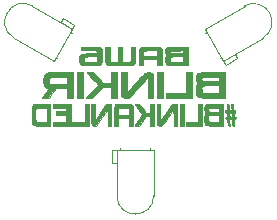
<source format=gbr>
G04 #@! TF.GenerationSoftware,KiCad,Pcbnew,(5.0.0)*
G04 #@! TF.CreationDate,2018-09-04T17:15:42+01:00*
G04 #@! TF.ProjectId,BlinkIR,426C696E6B49522E6B696361645F7063,rev?*
G04 #@! TF.SameCoordinates,Original*
G04 #@! TF.FileFunction,Legend,Bot*
G04 #@! TF.FilePolarity,Positive*
%FSLAX46Y46*%
G04 Gerber Fmt 4.6, Leading zero omitted, Abs format (unit mm)*
G04 Created by KiCad (PCBNEW (5.0.0)) date 09/04/18 17:15:42*
%MOMM*%
%LPD*%
G01*
G04 APERTURE LIST*
%ADD10C,0.120000*%
%ADD11C,0.010000*%
G04 APERTURE END LIST*
D10*
G04 #@! TO.C,Q1*
X182460000Y-73080000D02*
X182460000Y-73080000D01*
X182460000Y-73210000D02*
X182460000Y-73080000D01*
X182460000Y-73210000D02*
X182460000Y-73210000D01*
X182460000Y-73080000D02*
X182460000Y-73210000D01*
X185000000Y-73080000D02*
X185000000Y-73080000D01*
X185000000Y-73210000D02*
X185000000Y-73080000D01*
X185000000Y-73210000D02*
X185000000Y-73210000D01*
X185000000Y-73080000D02*
X185000000Y-73210000D01*
X182170000Y-73210000D02*
X181770000Y-73210000D01*
X182170000Y-74330000D02*
X182170000Y-73210000D01*
X181770000Y-74330000D02*
X182170000Y-74330000D01*
X181770000Y-73210000D02*
X181770000Y-74330000D01*
X185290000Y-73210000D02*
X182170000Y-73210000D01*
X182170000Y-73210000D02*
X182170000Y-77070000D01*
X185290000Y-73210000D02*
X185290000Y-77070000D01*
X182170000Y-77070000D02*
G75*
G03X185290000Y-77070000I1560000J0D01*
G01*
G04 #@! TO.C,Q2*
X175024251Y-61014149D02*
G75*
G03X173464251Y-63716147I-780000J-1350999D01*
G01*
X176807109Y-65646147D02*
X173464251Y-63716147D01*
X178367109Y-62944148D02*
X175024251Y-61014148D01*
X176807109Y-65646147D02*
X178367109Y-62944148D01*
X178567109Y-62597738D02*
X177597161Y-62037738D01*
X177597161Y-62037738D02*
X177397161Y-62384148D01*
X177397161Y-62384148D02*
X178367109Y-62944148D01*
X178367109Y-62944148D02*
X178567109Y-62597738D01*
X177064693Y-65460000D02*
X176952109Y-65395000D01*
X176952109Y-65395000D02*
X176952109Y-65395000D01*
X176952109Y-65395000D02*
X177064693Y-65460000D01*
X177064693Y-65460000D02*
X177064693Y-65460000D01*
X178334693Y-63260295D02*
X178222109Y-63195295D01*
X178222109Y-63195295D02*
X178222109Y-63195295D01*
X178222109Y-63195295D02*
X178334693Y-63260295D01*
X178334693Y-63260295D02*
X178334693Y-63260295D01*
G04 #@! TO.C,Q3*
X190935307Y-65460000D02*
X190935307Y-65460000D01*
X191047891Y-65395000D02*
X190935307Y-65460000D01*
X191047891Y-65395000D02*
X191047891Y-65395000D01*
X190935307Y-65460000D02*
X191047891Y-65395000D01*
X189665307Y-63260295D02*
X189665307Y-63260295D01*
X189777891Y-63195295D02*
X189665307Y-63260295D01*
X189777891Y-63195295D02*
X189777891Y-63195295D01*
X189665307Y-63260295D02*
X189777891Y-63195295D01*
X191192891Y-65646147D02*
X191392891Y-65992557D01*
X192162839Y-65086147D02*
X191192891Y-65646147D01*
X192362839Y-65432557D02*
X192162839Y-65086147D01*
X191392891Y-65992557D02*
X192362839Y-65432557D01*
X189632891Y-62944148D02*
X191192891Y-65646147D01*
X191192891Y-65646147D02*
X194535749Y-63716147D01*
X189632891Y-62944148D02*
X192975749Y-61014148D01*
X194535749Y-63716146D02*
G75*
G03X192975749Y-61014148I-780000J1350999D01*
G01*
D11*
G04 #@! TO.C,G\002A\002A\002A*
G36*
X179143860Y-64776191D02*
X179795246Y-64776191D01*
X180015211Y-64776530D01*
X180180039Y-64778057D01*
X180298250Y-64781540D01*
X180378365Y-64787744D01*
X180428904Y-64797437D01*
X180458387Y-64811385D01*
X180475335Y-64830355D01*
X180479582Y-64837757D01*
X180507335Y-64920035D01*
X180512531Y-64965076D01*
X180510410Y-64987378D01*
X180498577Y-65003966D01*
X180468831Y-65015685D01*
X180412972Y-65023381D01*
X180322798Y-65027898D01*
X180190108Y-65030080D01*
X180006700Y-65030774D01*
X179874359Y-65030827D01*
X179613460Y-65031997D01*
X179409270Y-65038070D01*
X179254847Y-65052891D01*
X179143251Y-65080305D01*
X179067540Y-65124159D01*
X179020773Y-65188297D01*
X178996008Y-65276564D01*
X178986305Y-65392807D01*
X178984712Y-65523674D01*
X178991639Y-65709145D01*
X179015284Y-65842012D01*
X179059937Y-65932106D01*
X179129891Y-65989258D01*
X179199612Y-66015885D01*
X179282917Y-66029436D01*
X179413839Y-66039404D01*
X179580026Y-66045895D01*
X179769123Y-66049016D01*
X179968777Y-66048875D01*
X180166634Y-66045579D01*
X180350341Y-66039234D01*
X180507545Y-66029949D01*
X180625891Y-66017829D01*
X180693026Y-66002983D01*
X180693149Y-66002930D01*
X180761490Y-65969292D01*
X180812704Y-65929957D01*
X180849032Y-65875961D01*
X180872716Y-65798343D01*
X180885995Y-65688139D01*
X180891113Y-65536386D01*
X180890310Y-65334121D01*
X180889557Y-65285464D01*
X180512531Y-65285464D01*
X180512531Y-65474636D01*
X180509326Y-65576482D01*
X180494010Y-65651050D01*
X180458033Y-65702572D01*
X180392844Y-65735285D01*
X180289892Y-65753422D01*
X180140628Y-65761218D01*
X179936500Y-65762907D01*
X179930424Y-65762907D01*
X179764095Y-65760598D01*
X179617190Y-65754266D01*
X179503324Y-65744804D01*
X179436111Y-65733106D01*
X179428233Y-65729958D01*
X179390134Y-65695250D01*
X179371439Y-65632356D01*
X179366667Y-65529432D01*
X179373537Y-65426971D01*
X179391102Y-65348731D01*
X179404862Y-65323659D01*
X179447047Y-65307629D01*
X179539476Y-65296134D01*
X179686119Y-65288910D01*
X179890946Y-65285693D01*
X179977794Y-65285464D01*
X180512531Y-65285464D01*
X180889557Y-65285464D01*
X180888566Y-65221458D01*
X180878571Y-64643223D01*
X180789265Y-64566474D01*
X180760179Y-64542601D01*
X180729973Y-64524276D01*
X180690358Y-64510766D01*
X180633043Y-64501335D01*
X180549739Y-64495252D01*
X180432155Y-64491781D01*
X180272001Y-64490191D01*
X180060987Y-64489746D01*
X179921909Y-64489725D01*
X179143860Y-64489725D01*
X179143860Y-64776191D01*
X179143860Y-64776191D01*
G37*
X179143860Y-64776191D02*
X179795246Y-64776191D01*
X180015211Y-64776530D01*
X180180039Y-64778057D01*
X180298250Y-64781540D01*
X180378365Y-64787744D01*
X180428904Y-64797437D01*
X180458387Y-64811385D01*
X180475335Y-64830355D01*
X180479582Y-64837757D01*
X180507335Y-64920035D01*
X180512531Y-64965076D01*
X180510410Y-64987378D01*
X180498577Y-65003966D01*
X180468831Y-65015685D01*
X180412972Y-65023381D01*
X180322798Y-65027898D01*
X180190108Y-65030080D01*
X180006700Y-65030774D01*
X179874359Y-65030827D01*
X179613460Y-65031997D01*
X179409270Y-65038070D01*
X179254847Y-65052891D01*
X179143251Y-65080305D01*
X179067540Y-65124159D01*
X179020773Y-65188297D01*
X178996008Y-65276564D01*
X178986305Y-65392807D01*
X178984712Y-65523674D01*
X178991639Y-65709145D01*
X179015284Y-65842012D01*
X179059937Y-65932106D01*
X179129891Y-65989258D01*
X179199612Y-66015885D01*
X179282917Y-66029436D01*
X179413839Y-66039404D01*
X179580026Y-66045895D01*
X179769123Y-66049016D01*
X179968777Y-66048875D01*
X180166634Y-66045579D01*
X180350341Y-66039234D01*
X180507545Y-66029949D01*
X180625891Y-66017829D01*
X180693026Y-66002983D01*
X180693149Y-66002930D01*
X180761490Y-65969292D01*
X180812704Y-65929957D01*
X180849032Y-65875961D01*
X180872716Y-65798343D01*
X180885995Y-65688139D01*
X180891113Y-65536386D01*
X180890310Y-65334121D01*
X180889557Y-65285464D01*
X180512531Y-65285464D01*
X180512531Y-65474636D01*
X180509326Y-65576482D01*
X180494010Y-65651050D01*
X180458033Y-65702572D01*
X180392844Y-65735285D01*
X180289892Y-65753422D01*
X180140628Y-65761218D01*
X179936500Y-65762907D01*
X179930424Y-65762907D01*
X179764095Y-65760598D01*
X179617190Y-65754266D01*
X179503324Y-65744804D01*
X179436111Y-65733106D01*
X179428233Y-65729958D01*
X179390134Y-65695250D01*
X179371439Y-65632356D01*
X179366667Y-65529432D01*
X179373537Y-65426971D01*
X179391102Y-65348731D01*
X179404862Y-65323659D01*
X179447047Y-65307629D01*
X179539476Y-65296134D01*
X179686119Y-65288910D01*
X179890946Y-65285693D01*
X179977794Y-65285464D01*
X180512531Y-65285464D01*
X180889557Y-65285464D01*
X180888566Y-65221458D01*
X180878571Y-64643223D01*
X180789265Y-64566474D01*
X180760179Y-64542601D01*
X180729973Y-64524276D01*
X180690358Y-64510766D01*
X180633043Y-64501335D01*
X180549739Y-64495252D01*
X180432155Y-64491781D01*
X180272001Y-64490191D01*
X180060987Y-64489746D01*
X179921909Y-64489725D01*
X179143860Y-64489725D01*
X179143860Y-64776191D01*
G36*
X183345363Y-65048835D02*
X183343493Y-65249655D01*
X183338231Y-65422426D01*
X183330102Y-65557268D01*
X183319631Y-65644299D01*
X183312414Y-65669511D01*
X183290504Y-65697934D01*
X183253008Y-65716056D01*
X183187175Y-65726118D01*
X183080252Y-65730363D01*
X182962289Y-65731078D01*
X182645113Y-65731078D01*
X182645113Y-64489725D01*
X182263158Y-64489725D01*
X182263158Y-65731078D01*
X181951228Y-65731078D01*
X181781401Y-65726884D01*
X181663751Y-65714687D01*
X181603591Y-65695067D01*
X181601103Y-65692882D01*
X181585812Y-65652896D01*
X181574632Y-65564941D01*
X181567300Y-65424720D01*
X181563549Y-65227935D01*
X181562907Y-65072206D01*
X181562907Y-64489725D01*
X181180952Y-64489725D01*
X181181422Y-65150188D01*
X181183131Y-65407260D01*
X181188022Y-65605481D01*
X181196355Y-65749594D01*
X181208392Y-65844341D01*
X181222038Y-65890226D01*
X181247483Y-65931141D01*
X181282632Y-65964262D01*
X181333955Y-65990416D01*
X181407920Y-66010428D01*
X181510996Y-66025124D01*
X181649650Y-66035330D01*
X181830351Y-66041871D01*
X182059567Y-66045574D01*
X182343767Y-66047265D01*
X182454135Y-66047528D01*
X182732942Y-66047700D01*
X182955480Y-66046858D01*
X183129136Y-66044633D01*
X183261297Y-66040657D01*
X183359350Y-66034562D01*
X183430683Y-66025981D01*
X183482681Y-66014544D01*
X183522732Y-65999885D01*
X183535898Y-65993622D01*
X183595979Y-65959926D01*
X183641940Y-65921153D01*
X183675670Y-65868816D01*
X183699054Y-65794423D01*
X183713978Y-65689483D01*
X183722330Y-65545508D01*
X183725997Y-65354005D01*
X183726849Y-65134273D01*
X183727318Y-64489725D01*
X183345363Y-64489725D01*
X183345363Y-65048835D01*
X183345363Y-65048835D01*
G37*
X183345363Y-65048835D02*
X183343493Y-65249655D01*
X183338231Y-65422426D01*
X183330102Y-65557268D01*
X183319631Y-65644299D01*
X183312414Y-65669511D01*
X183290504Y-65697934D01*
X183253008Y-65716056D01*
X183187175Y-65726118D01*
X183080252Y-65730363D01*
X182962289Y-65731078D01*
X182645113Y-65731078D01*
X182645113Y-64489725D01*
X182263158Y-64489725D01*
X182263158Y-65731078D01*
X181951228Y-65731078D01*
X181781401Y-65726884D01*
X181663751Y-65714687D01*
X181603591Y-65695067D01*
X181601103Y-65692882D01*
X181585812Y-65652896D01*
X181574632Y-65564941D01*
X181567300Y-65424720D01*
X181563549Y-65227935D01*
X181562907Y-65072206D01*
X181562907Y-64489725D01*
X181180952Y-64489725D01*
X181181422Y-65150188D01*
X181183131Y-65407260D01*
X181188022Y-65605481D01*
X181196355Y-65749594D01*
X181208392Y-65844341D01*
X181222038Y-65890226D01*
X181247483Y-65931141D01*
X181282632Y-65964262D01*
X181333955Y-65990416D01*
X181407920Y-66010428D01*
X181510996Y-66025124D01*
X181649650Y-66035330D01*
X181830351Y-66041871D01*
X182059567Y-66045574D01*
X182343767Y-66047265D01*
X182454135Y-66047528D01*
X182732942Y-66047700D01*
X182955480Y-66046858D01*
X183129136Y-66044633D01*
X183261297Y-66040657D01*
X183359350Y-66034562D01*
X183430683Y-66025981D01*
X183482681Y-66014544D01*
X183522732Y-65999885D01*
X183535898Y-65993622D01*
X183595979Y-65959926D01*
X183641940Y-65921153D01*
X183675670Y-65868816D01*
X183699054Y-65794423D01*
X183713978Y-65689483D01*
X183722330Y-65545508D01*
X183725997Y-65354005D01*
X183726849Y-65134273D01*
X183727318Y-64489725D01*
X183345363Y-64489725D01*
X183345363Y-65048835D01*
G36*
X184106825Y-64582765D02*
X184013784Y-64675805D01*
X184013784Y-66049374D01*
X184395739Y-66049374D01*
X184395739Y-65508271D01*
X185609940Y-65508271D01*
X185599644Y-65778897D01*
X185589348Y-66049522D01*
X185990664Y-66049374D01*
X185980983Y-65346310D01*
X185977545Y-65096558D01*
X185605263Y-65096558D01*
X185605263Y-65253634D01*
X184395739Y-65253634D01*
X184395739Y-65053108D01*
X184401629Y-64937881D01*
X184417156Y-64850438D01*
X184433935Y-64814386D01*
X184476079Y-64798369D01*
X184568426Y-64786880D01*
X184714952Y-64779653D01*
X184919635Y-64776425D01*
X185007655Y-64776191D01*
X185543180Y-64776191D01*
X185574221Y-64857837D01*
X185592972Y-64939259D01*
X185604016Y-65049280D01*
X185605263Y-65096558D01*
X185977545Y-65096558D01*
X185971303Y-64643246D01*
X185881997Y-64566485D01*
X185853256Y-64542855D01*
X185823433Y-64524652D01*
X185784357Y-64511169D01*
X185727854Y-64501697D01*
X185645753Y-64495529D01*
X185529880Y-64491955D01*
X185372062Y-64490268D01*
X185164129Y-64489759D01*
X184996278Y-64489725D01*
X184199865Y-64489725D01*
X184106825Y-64582765D01*
X184106825Y-64582765D01*
G37*
X184106825Y-64582765D02*
X184013784Y-64675805D01*
X184013784Y-66049374D01*
X184395739Y-66049374D01*
X184395739Y-65508271D01*
X185609940Y-65508271D01*
X185599644Y-65778897D01*
X185589348Y-66049522D01*
X185990664Y-66049374D01*
X185980983Y-65346310D01*
X185977545Y-65096558D01*
X185605263Y-65096558D01*
X185605263Y-65253634D01*
X184395739Y-65253634D01*
X184395739Y-65053108D01*
X184401629Y-64937881D01*
X184417156Y-64850438D01*
X184433935Y-64814386D01*
X184476079Y-64798369D01*
X184568426Y-64786880D01*
X184714952Y-64779653D01*
X184919635Y-64776425D01*
X185007655Y-64776191D01*
X185543180Y-64776191D01*
X185574221Y-64857837D01*
X185592972Y-64939259D01*
X185604016Y-65049280D01*
X185605263Y-65096558D01*
X185977545Y-65096558D01*
X185971303Y-64643246D01*
X185881997Y-64566485D01*
X185853256Y-64542855D01*
X185823433Y-64524652D01*
X185784357Y-64511169D01*
X185727854Y-64501697D01*
X185645753Y-64495529D01*
X185529880Y-64491955D01*
X185372062Y-64490268D01*
X185164129Y-64489759D01*
X184996278Y-64489725D01*
X184199865Y-64489725D01*
X184106825Y-64582765D01*
G36*
X186347076Y-64566543D02*
X186297932Y-64615263D01*
X186271030Y-64667821D01*
X186259831Y-64744956D01*
X186257769Y-64849667D01*
X186264642Y-64988284D01*
X186286989Y-65077508D01*
X186310918Y-65115017D01*
X186344653Y-65161140D01*
X186338514Y-65201078D01*
X186302961Y-65249203D01*
X186269668Y-65304718D01*
X186250671Y-65380573D01*
X186242712Y-65493930D01*
X186241855Y-65571164D01*
X186252126Y-65744788D01*
X186286816Y-65867962D01*
X186351737Y-65951112D01*
X186452703Y-66004667D01*
X186489982Y-66016270D01*
X186555628Y-66025687D01*
X186675050Y-66033996D01*
X186838366Y-66040840D01*
X187035696Y-66045859D01*
X187257162Y-66048694D01*
X187395677Y-66049196D01*
X188183459Y-66049374D01*
X188183459Y-65285464D01*
X187801504Y-65285464D01*
X187801504Y-65767011D01*
X187243269Y-65757002D01*
X187034529Y-65752330D01*
X186881046Y-65746341D01*
X186774418Y-65738210D01*
X186706243Y-65727113D01*
X186668122Y-65712225D01*
X186654909Y-65699248D01*
X186633403Y-65630669D01*
X186625276Y-65532156D01*
X186630037Y-65429707D01*
X186647196Y-65349319D01*
X186662005Y-65323659D01*
X186703404Y-65307889D01*
X186794231Y-65296502D01*
X186938587Y-65289233D01*
X187140571Y-65285816D01*
X187250852Y-65285464D01*
X187801504Y-65285464D01*
X188183459Y-65285464D01*
X188183459Y-65030827D01*
X187801504Y-65030827D01*
X187248384Y-65030827D01*
X187038924Y-65029829D01*
X186884672Y-65026396D01*
X186777200Y-65019875D01*
X186708080Y-65009608D01*
X186668886Y-64994941D01*
X186657093Y-64984835D01*
X186630623Y-64917890D01*
X186629324Y-64865474D01*
X186634514Y-64839544D01*
X186647489Y-64820437D01*
X186677006Y-64806937D01*
X186731821Y-64797829D01*
X186820690Y-64791899D01*
X186952370Y-64787931D01*
X187135618Y-64784711D01*
X187220614Y-64783430D01*
X187801504Y-64774755D01*
X187801504Y-65030827D01*
X188183459Y-65030827D01*
X188183459Y-64489725D01*
X186436382Y-64489725D01*
X186347076Y-64566543D01*
X186347076Y-64566543D01*
G37*
X186347076Y-64566543D02*
X186297932Y-64615263D01*
X186271030Y-64667821D01*
X186259831Y-64744956D01*
X186257769Y-64849667D01*
X186264642Y-64988284D01*
X186286989Y-65077508D01*
X186310918Y-65115017D01*
X186344653Y-65161140D01*
X186338514Y-65201078D01*
X186302961Y-65249203D01*
X186269668Y-65304718D01*
X186250671Y-65380573D01*
X186242712Y-65493930D01*
X186241855Y-65571164D01*
X186252126Y-65744788D01*
X186286816Y-65867962D01*
X186351737Y-65951112D01*
X186452703Y-66004667D01*
X186489982Y-66016270D01*
X186555628Y-66025687D01*
X186675050Y-66033996D01*
X186838366Y-66040840D01*
X187035696Y-66045859D01*
X187257162Y-66048694D01*
X187395677Y-66049196D01*
X188183459Y-66049374D01*
X188183459Y-65285464D01*
X187801504Y-65285464D01*
X187801504Y-65767011D01*
X187243269Y-65757002D01*
X187034529Y-65752330D01*
X186881046Y-65746341D01*
X186774418Y-65738210D01*
X186706243Y-65727113D01*
X186668122Y-65712225D01*
X186654909Y-65699248D01*
X186633403Y-65630669D01*
X186625276Y-65532156D01*
X186630037Y-65429707D01*
X186647196Y-65349319D01*
X186662005Y-65323659D01*
X186703404Y-65307889D01*
X186794231Y-65296502D01*
X186938587Y-65289233D01*
X187140571Y-65285816D01*
X187250852Y-65285464D01*
X187801504Y-65285464D01*
X188183459Y-65285464D01*
X188183459Y-65030827D01*
X187801504Y-65030827D01*
X187248384Y-65030827D01*
X187038924Y-65029829D01*
X186884672Y-65026396D01*
X186777200Y-65019875D01*
X186708080Y-65009608D01*
X186668886Y-64994941D01*
X186657093Y-64984835D01*
X186630623Y-64917890D01*
X186629324Y-64865474D01*
X186634514Y-64839544D01*
X186647489Y-64820437D01*
X186677006Y-64806937D01*
X186731821Y-64797829D01*
X186820690Y-64791899D01*
X186952370Y-64787931D01*
X187135618Y-64784711D01*
X187220614Y-64783430D01*
X187801504Y-64774755D01*
X187801504Y-65030827D01*
X188183459Y-65030827D01*
X188183459Y-64489725D01*
X186436382Y-64489725D01*
X186347076Y-64566543D01*
G36*
X177098160Y-66622513D02*
X176865403Y-66623390D01*
X176681888Y-66625320D01*
X176540408Y-66628685D01*
X176433754Y-66633867D01*
X176354719Y-66641250D01*
X176296095Y-66651216D01*
X176250673Y-66664148D01*
X176211246Y-66680428D01*
X176201021Y-66685289D01*
X176100069Y-66745192D01*
X176029269Y-66818756D01*
X175983750Y-66917627D01*
X175958641Y-67053447D01*
X175949070Y-67237863D01*
X175948553Y-67288820D01*
X175950412Y-67458120D01*
X175959094Y-67578591D01*
X175976411Y-67664864D01*
X176003216Y-67729791D01*
X176088047Y-67837343D01*
X176202963Y-67918262D01*
X176325092Y-67957488D01*
X176351330Y-67959029D01*
X176388272Y-67960952D01*
X176404709Y-67972434D01*
X176396702Y-68002231D01*
X176360314Y-68059097D01*
X176291608Y-68151789D01*
X176226022Y-68237657D01*
X176128275Y-68364681D01*
X176034894Y-68485031D01*
X175958649Y-68582301D01*
X175923126Y-68626864D01*
X175868854Y-68699276D01*
X175837048Y-68751997D01*
X175833584Y-68763379D01*
X175862971Y-68773920D01*
X175941545Y-68780191D01*
X176054925Y-68781334D01*
X176111870Y-68779999D01*
X176390156Y-68770802D01*
X176686417Y-68380890D01*
X176982677Y-67990978D01*
X177934336Y-67990978D01*
X177934336Y-68786717D01*
X178443609Y-68786717D01*
X178443609Y-67004261D01*
X177934336Y-67004261D01*
X177934336Y-67640852D01*
X177250000Y-67640852D01*
X177023346Y-67640518D01*
X176851663Y-67639023D01*
X176726264Y-67635626D01*
X176638462Y-67629590D01*
X176579570Y-67620175D01*
X176540900Y-67606641D01*
X176513767Y-67588249D01*
X176502005Y-67577193D01*
X176464767Y-67525029D01*
X176445084Y-67450970D01*
X176438488Y-67336148D01*
X176438346Y-67308447D01*
X176439340Y-67215939D01*
X176447155Y-67144390D01*
X176469035Y-67091108D01*
X176512228Y-67053401D01*
X176583979Y-67028576D01*
X176691535Y-67013941D01*
X176842143Y-67006805D01*
X177043047Y-67004474D01*
X177257082Y-67004261D01*
X177934336Y-67004261D01*
X178443609Y-67004261D01*
X178443609Y-66622306D01*
X177387368Y-66622306D01*
X177098160Y-66622513D01*
X177098160Y-66622513D01*
G37*
X177098160Y-66622513D02*
X176865403Y-66623390D01*
X176681888Y-66625320D01*
X176540408Y-66628685D01*
X176433754Y-66633867D01*
X176354719Y-66641250D01*
X176296095Y-66651216D01*
X176250673Y-66664148D01*
X176211246Y-66680428D01*
X176201021Y-66685289D01*
X176100069Y-66745192D01*
X176029269Y-66818756D01*
X175983750Y-66917627D01*
X175958641Y-67053447D01*
X175949070Y-67237863D01*
X175948553Y-67288820D01*
X175950412Y-67458120D01*
X175959094Y-67578591D01*
X175976411Y-67664864D01*
X176003216Y-67729791D01*
X176088047Y-67837343D01*
X176202963Y-67918262D01*
X176325092Y-67957488D01*
X176351330Y-67959029D01*
X176388272Y-67960952D01*
X176404709Y-67972434D01*
X176396702Y-68002231D01*
X176360314Y-68059097D01*
X176291608Y-68151789D01*
X176226022Y-68237657D01*
X176128275Y-68364681D01*
X176034894Y-68485031D01*
X175958649Y-68582301D01*
X175923126Y-68626864D01*
X175868854Y-68699276D01*
X175837048Y-68751997D01*
X175833584Y-68763379D01*
X175862971Y-68773920D01*
X175941545Y-68780191D01*
X176054925Y-68781334D01*
X176111870Y-68779999D01*
X176390156Y-68770802D01*
X176686417Y-68380890D01*
X176982677Y-67990978D01*
X177934336Y-67990978D01*
X177934336Y-68786717D01*
X178443609Y-68786717D01*
X178443609Y-67004261D01*
X177934336Y-67004261D01*
X177934336Y-67640852D01*
X177250000Y-67640852D01*
X177023346Y-67640518D01*
X176851663Y-67639023D01*
X176726264Y-67635626D01*
X176638462Y-67629590D01*
X176579570Y-67620175D01*
X176540900Y-67606641D01*
X176513767Y-67588249D01*
X176502005Y-67577193D01*
X176464767Y-67525029D01*
X176445084Y-67450970D01*
X176438488Y-67336148D01*
X176438346Y-67308447D01*
X176439340Y-67215939D01*
X176447155Y-67144390D01*
X176469035Y-67091108D01*
X176512228Y-67053401D01*
X176583979Y-67028576D01*
X176691535Y-67013941D01*
X176842143Y-67006805D01*
X177043047Y-67004474D01*
X177257082Y-67004261D01*
X177934336Y-67004261D01*
X178443609Y-67004261D01*
X178443609Y-66622306D01*
X177387368Y-66622306D01*
X177098160Y-66622513D01*
G36*
X178825564Y-68786717D02*
X179303007Y-68786717D01*
X179303007Y-66622306D01*
X178825564Y-66622306D01*
X178825564Y-68786717D01*
X178825564Y-68786717D01*
G37*
X178825564Y-68786717D02*
X179303007Y-68786717D01*
X179303007Y-66622306D01*
X178825564Y-66622306D01*
X178825564Y-68786717D01*
G36*
X181920990Y-66628924D02*
X181674311Y-66638221D01*
X181665455Y-67075877D01*
X181656600Y-67513534D01*
X181030365Y-67513534D01*
X180589845Y-67067920D01*
X180149324Y-66622306D01*
X179885314Y-66622306D01*
X179735586Y-66626582D01*
X179647389Y-66639335D01*
X179621303Y-66658234D01*
X179642214Y-66693728D01*
X179699300Y-66764650D01*
X179784088Y-66861050D01*
X179888105Y-66972976D01*
X179899092Y-66984487D01*
X180028529Y-67119731D01*
X180163932Y-67261151D01*
X180287477Y-67390135D01*
X180366076Y-67472149D01*
X180555270Y-67669487D01*
X180126529Y-68124656D01*
X179954283Y-68307618D01*
X179820808Y-68449807D01*
X179721171Y-68556737D01*
X179650441Y-68633925D01*
X179603686Y-68686887D01*
X179575974Y-68721136D01*
X179562373Y-68742189D01*
X179557953Y-68755562D01*
X179557644Y-68760889D01*
X179587006Y-68772670D01*
X179665249Y-68781633D01*
X179777611Y-68786341D01*
X179822671Y-68786717D01*
X180087698Y-68786717D01*
X180561332Y-68309273D01*
X181034967Y-67831830D01*
X181656694Y-67831830D01*
X181665502Y-68301316D01*
X181674311Y-68770802D01*
X181920990Y-68780098D01*
X182167669Y-68789395D01*
X182167669Y-66619628D01*
X181920990Y-66628924D01*
X181920990Y-66628924D01*
G37*
X181920990Y-66628924D02*
X181674311Y-66638221D01*
X181665455Y-67075877D01*
X181656600Y-67513534D01*
X181030365Y-67513534D01*
X180589845Y-67067920D01*
X180149324Y-66622306D01*
X179885314Y-66622306D01*
X179735586Y-66626582D01*
X179647389Y-66639335D01*
X179621303Y-66658234D01*
X179642214Y-66693728D01*
X179699300Y-66764650D01*
X179784088Y-66861050D01*
X179888105Y-66972976D01*
X179899092Y-66984487D01*
X180028529Y-67119731D01*
X180163932Y-67261151D01*
X180287477Y-67390135D01*
X180366076Y-67472149D01*
X180555270Y-67669487D01*
X180126529Y-68124656D01*
X179954283Y-68307618D01*
X179820808Y-68449807D01*
X179721171Y-68556737D01*
X179650441Y-68633925D01*
X179603686Y-68686887D01*
X179575974Y-68721136D01*
X179562373Y-68742189D01*
X179557953Y-68755562D01*
X179557644Y-68760889D01*
X179587006Y-68772670D01*
X179665249Y-68781633D01*
X179777611Y-68786341D01*
X179822671Y-68786717D01*
X180087698Y-68786717D01*
X180561332Y-68309273D01*
X181034967Y-67831830D01*
X181656694Y-67831830D01*
X181665502Y-68301316D01*
X181674311Y-68770802D01*
X181920990Y-68780098D01*
X182167669Y-68789395D01*
X182167669Y-66619628D01*
X181920990Y-66628924D01*
G36*
X184688053Y-66628636D02*
X184593461Y-66651356D01*
X184580409Y-66657511D01*
X184558163Y-66671322D01*
X184529895Y-66693473D01*
X184491836Y-66727945D01*
X184440215Y-66778718D01*
X184371261Y-66849772D01*
X184281205Y-66945087D01*
X184166274Y-67068643D01*
X184022699Y-67224422D01*
X183846710Y-67416403D01*
X183634535Y-67648566D01*
X183449724Y-67851085D01*
X183011153Y-68331870D01*
X182994215Y-66622306D01*
X182549624Y-66622306D01*
X182549624Y-68630463D01*
X182627751Y-68708590D01*
X182677526Y-68750398D01*
X182734686Y-68774070D01*
X182818541Y-68784529D01*
X182934065Y-68786717D01*
X183162253Y-68786717D01*
X183343516Y-68603697D01*
X183410680Y-68534102D01*
X183513024Y-68425793D01*
X183642842Y-68287103D01*
X183792429Y-68126364D01*
X183954078Y-67951908D01*
X184120084Y-67772067D01*
X184282741Y-67595173D01*
X184434344Y-67429559D01*
X184567186Y-67283557D01*
X184672923Y-67166214D01*
X184775044Y-67052005D01*
X184777694Y-68786717D01*
X185191479Y-68786717D01*
X185195002Y-67839787D01*
X185196112Y-67547055D01*
X185196762Y-67311390D01*
X185196539Y-67126197D01*
X185195031Y-66984885D01*
X185191826Y-66880859D01*
X185186513Y-66807528D01*
X185178677Y-66758298D01*
X185167909Y-66726575D01*
X185153795Y-66705768D01*
X185135924Y-66689282D01*
X185122387Y-66678008D01*
X185050887Y-66646347D01*
X184939505Y-66626992D01*
X184810981Y-66620801D01*
X184688053Y-66628636D01*
X184688053Y-66628636D01*
G37*
X184688053Y-66628636D02*
X184593461Y-66651356D01*
X184580409Y-66657511D01*
X184558163Y-66671322D01*
X184529895Y-66693473D01*
X184491836Y-66727945D01*
X184440215Y-66778718D01*
X184371261Y-66849772D01*
X184281205Y-66945087D01*
X184166274Y-67068643D01*
X184022699Y-67224422D01*
X183846710Y-67416403D01*
X183634535Y-67648566D01*
X183449724Y-67851085D01*
X183011153Y-68331870D01*
X182994215Y-66622306D01*
X182549624Y-66622306D01*
X182549624Y-68630463D01*
X182627751Y-68708590D01*
X182677526Y-68750398D01*
X182734686Y-68774070D01*
X182818541Y-68784529D01*
X182934065Y-68786717D01*
X183162253Y-68786717D01*
X183343516Y-68603697D01*
X183410680Y-68534102D01*
X183513024Y-68425793D01*
X183642842Y-68287103D01*
X183792429Y-68126364D01*
X183954078Y-67951908D01*
X184120084Y-67772067D01*
X184282741Y-67595173D01*
X184434344Y-67429559D01*
X184567186Y-67283557D01*
X184672923Y-67166214D01*
X184775044Y-67052005D01*
X184777694Y-68786717D01*
X185191479Y-68786717D01*
X185195002Y-67839787D01*
X185196112Y-67547055D01*
X185196762Y-67311390D01*
X185196539Y-67126197D01*
X185195031Y-66984885D01*
X185191826Y-66880859D01*
X185186513Y-66807528D01*
X185178677Y-66758298D01*
X185167909Y-66726575D01*
X185153795Y-66705768D01*
X185135924Y-66689282D01*
X185122387Y-66678008D01*
X185050887Y-66646347D01*
X184939505Y-66626992D01*
X184810981Y-66620801D01*
X184688053Y-66628636D01*
G36*
X185605263Y-68786717D02*
X186082707Y-68786717D01*
X186082707Y-66622306D01*
X185605263Y-66622306D01*
X185605263Y-68786717D01*
X185605263Y-68786717D01*
G37*
X185605263Y-68786717D02*
X186082707Y-68786717D01*
X186082707Y-66622306D01*
X185605263Y-66622306D01*
X185605263Y-68786717D01*
G36*
X187992481Y-68372933D02*
X186369173Y-68372933D01*
X186369173Y-68786717D01*
X188501754Y-68786717D01*
X188501754Y-66622306D01*
X187992481Y-66622306D01*
X187992481Y-68372933D01*
X187992481Y-68372933D01*
G37*
X187992481Y-68372933D02*
X186369173Y-68372933D01*
X186369173Y-68786717D01*
X188501754Y-68786717D01*
X188501754Y-66622306D01*
X187992481Y-66622306D01*
X187992481Y-68372933D01*
G36*
X190260338Y-66622355D02*
X189946406Y-66622718D01*
X189689680Y-66624481D01*
X189483709Y-66628705D01*
X189322040Y-66636453D01*
X189198222Y-66648784D01*
X189105803Y-66666761D01*
X189038331Y-66691443D01*
X188989355Y-66723893D01*
X188952422Y-66765171D01*
X188921081Y-66816339D01*
X188905928Y-66845113D01*
X188867318Y-66964161D01*
X188852546Y-67109237D01*
X188860362Y-67259093D01*
X188889519Y-67392481D01*
X188938769Y-67488153D01*
X188944042Y-67494078D01*
X189019256Y-67574140D01*
X188935568Y-67673597D01*
X188898671Y-67721260D01*
X188874577Y-67768886D01*
X188860570Y-67831023D01*
X188853939Y-67922219D01*
X188851970Y-68057021D01*
X188851880Y-68122319D01*
X188856376Y-68319063D01*
X188872415Y-68463969D01*
X188903819Y-68568384D01*
X188954410Y-68643661D01*
X189028012Y-68701148D01*
X189051353Y-68714562D01*
X189084857Y-68729884D01*
X189128128Y-68742332D01*
X189187989Y-68752283D01*
X189271261Y-68760113D01*
X189384766Y-68766198D01*
X189535327Y-68770913D01*
X189729766Y-68774634D01*
X189974904Y-68777738D01*
X190244424Y-68780314D01*
X191334586Y-68789825D01*
X191334586Y-67736341D01*
X190857143Y-67736341D01*
X190857143Y-68404762D01*
X190180764Y-68404293D01*
X189921437Y-68402654D01*
X189720880Y-68397967D01*
X189574267Y-68389974D01*
X189476770Y-68378413D01*
X189424812Y-68363675D01*
X189384683Y-68338388D01*
X189360009Y-68302207D01*
X189346163Y-68239884D01*
X189338518Y-68136167D01*
X189335810Y-68070369D01*
X189333218Y-67937961D01*
X189339009Y-67854275D01*
X189355469Y-67804669D01*
X189381681Y-67776776D01*
X189420558Y-67762407D01*
X189496733Y-67751515D01*
X189616028Y-67743794D01*
X189784268Y-67738935D01*
X190007276Y-67736631D01*
X190147061Y-67736341D01*
X190857143Y-67736341D01*
X191334586Y-67736341D01*
X191334586Y-67004261D01*
X190857143Y-67004261D01*
X190857143Y-67386216D01*
X190112553Y-67386216D01*
X189872990Y-67385763D01*
X189689547Y-67384073D01*
X189554687Y-67380649D01*
X189460875Y-67374995D01*
X189400575Y-67366613D01*
X189366252Y-67355009D01*
X189350371Y-67339683D01*
X189348643Y-67335868D01*
X189327723Y-67234156D01*
X189335059Y-67133506D01*
X189367272Y-67057821D01*
X189390890Y-67037210D01*
X189443753Y-67026183D01*
X189553265Y-67017072D01*
X189712433Y-67010181D01*
X189914267Y-67005810D01*
X190151777Y-67004261D01*
X190857143Y-67004261D01*
X191334586Y-67004261D01*
X191334586Y-66622306D01*
X190260338Y-66622355D01*
X190260338Y-66622355D01*
G37*
X190260338Y-66622355D02*
X189946406Y-66622718D01*
X189689680Y-66624481D01*
X189483709Y-66628705D01*
X189322040Y-66636453D01*
X189198222Y-66648784D01*
X189105803Y-66666761D01*
X189038331Y-66691443D01*
X188989355Y-66723893D01*
X188952422Y-66765171D01*
X188921081Y-66816339D01*
X188905928Y-66845113D01*
X188867318Y-66964161D01*
X188852546Y-67109237D01*
X188860362Y-67259093D01*
X188889519Y-67392481D01*
X188938769Y-67488153D01*
X188944042Y-67494078D01*
X189019256Y-67574140D01*
X188935568Y-67673597D01*
X188898671Y-67721260D01*
X188874577Y-67768886D01*
X188860570Y-67831023D01*
X188853939Y-67922219D01*
X188851970Y-68057021D01*
X188851880Y-68122319D01*
X188856376Y-68319063D01*
X188872415Y-68463969D01*
X188903819Y-68568384D01*
X188954410Y-68643661D01*
X189028012Y-68701148D01*
X189051353Y-68714562D01*
X189084857Y-68729884D01*
X189128128Y-68742332D01*
X189187989Y-68752283D01*
X189271261Y-68760113D01*
X189384766Y-68766198D01*
X189535327Y-68770913D01*
X189729766Y-68774634D01*
X189974904Y-68777738D01*
X190244424Y-68780314D01*
X191334586Y-68789825D01*
X191334586Y-67736341D01*
X190857143Y-67736341D01*
X190857143Y-68404762D01*
X190180764Y-68404293D01*
X189921437Y-68402654D01*
X189720880Y-68397967D01*
X189574267Y-68389974D01*
X189476770Y-68378413D01*
X189424812Y-68363675D01*
X189384683Y-68338388D01*
X189360009Y-68302207D01*
X189346163Y-68239884D01*
X189338518Y-68136167D01*
X189335810Y-68070369D01*
X189333218Y-67937961D01*
X189339009Y-67854275D01*
X189355469Y-67804669D01*
X189381681Y-67776776D01*
X189420558Y-67762407D01*
X189496733Y-67751515D01*
X189616028Y-67743794D01*
X189784268Y-67738935D01*
X190007276Y-67736631D01*
X190147061Y-67736341D01*
X190857143Y-67736341D01*
X191334586Y-67736341D01*
X191334586Y-67004261D01*
X190857143Y-67004261D01*
X190857143Y-67386216D01*
X190112553Y-67386216D01*
X189872990Y-67385763D01*
X189689547Y-67384073D01*
X189554687Y-67380649D01*
X189460875Y-67374995D01*
X189400575Y-67366613D01*
X189366252Y-67355009D01*
X189350371Y-67339683D01*
X189348643Y-67335868D01*
X189327723Y-67234156D01*
X189335059Y-67133506D01*
X189367272Y-67057821D01*
X189390890Y-67037210D01*
X189443753Y-67026183D01*
X189553265Y-67017072D01*
X189712433Y-67010181D01*
X189914267Y-67005810D01*
X190151777Y-67004261D01*
X190857143Y-67004261D01*
X191334586Y-67004261D01*
X191334586Y-66622306D01*
X190260338Y-66622355D01*
G36*
X175607300Y-69296165D02*
X175434038Y-69297265D01*
X175306709Y-69300155D01*
X175216451Y-69305699D01*
X175154400Y-69314762D01*
X175111694Y-69328206D01*
X175079470Y-69346898D01*
X175048865Y-69371701D01*
X175047577Y-69372808D01*
X174958271Y-69449626D01*
X174958271Y-70988469D01*
X175047577Y-71065287D01*
X175078299Y-71090347D01*
X175110293Y-71109261D01*
X175152421Y-71122896D01*
X175213548Y-71132113D01*
X175302535Y-71137779D01*
X175428245Y-71140757D01*
X175599542Y-71141911D01*
X175825287Y-71142105D01*
X176533835Y-71142105D01*
X176533835Y-69614286D01*
X176215539Y-69614286D01*
X176215539Y-70823810D01*
X175788113Y-70823810D01*
X175606583Y-70822443D01*
X175478258Y-70817615D01*
X175392730Y-70808236D01*
X175339589Y-70793215D01*
X175310669Y-70773792D01*
X175289100Y-70720168D01*
X175272816Y-70616953D01*
X175261817Y-70477994D01*
X175256102Y-70317137D01*
X175255673Y-70148232D01*
X175260528Y-69985124D01*
X175270668Y-69841663D01*
X175286094Y-69731695D01*
X175306804Y-69669068D01*
X175310669Y-69664304D01*
X175343433Y-69643221D01*
X175399141Y-69628769D01*
X175488200Y-69619858D01*
X175621022Y-69615397D01*
X175788113Y-69614286D01*
X176215539Y-69614286D01*
X176533835Y-69614286D01*
X176533835Y-69295990D01*
X175835359Y-69295990D01*
X175607300Y-69296165D01*
X175607300Y-69296165D01*
G37*
X175607300Y-69296165D02*
X175434038Y-69297265D01*
X175306709Y-69300155D01*
X175216451Y-69305699D01*
X175154400Y-69314762D01*
X175111694Y-69328206D01*
X175079470Y-69346898D01*
X175048865Y-69371701D01*
X175047577Y-69372808D01*
X174958271Y-69449626D01*
X174958271Y-70988469D01*
X175047577Y-71065287D01*
X175078299Y-71090347D01*
X175110293Y-71109261D01*
X175152421Y-71122896D01*
X175213548Y-71132113D01*
X175302535Y-71137779D01*
X175428245Y-71140757D01*
X175599542Y-71141911D01*
X175825287Y-71142105D01*
X176533835Y-71142105D01*
X176533835Y-69614286D01*
X176215539Y-69614286D01*
X176215539Y-70823810D01*
X175788113Y-70823810D01*
X175606583Y-70822443D01*
X175478258Y-70817615D01*
X175392730Y-70808236D01*
X175339589Y-70793215D01*
X175310669Y-70773792D01*
X175289100Y-70720168D01*
X175272816Y-70616953D01*
X175261817Y-70477994D01*
X175256102Y-70317137D01*
X175255673Y-70148232D01*
X175260528Y-69985124D01*
X175270668Y-69841663D01*
X175286094Y-69731695D01*
X175306804Y-69669068D01*
X175310669Y-69664304D01*
X175343433Y-69643221D01*
X175399141Y-69628769D01*
X175488200Y-69619858D01*
X175621022Y-69615397D01*
X175788113Y-69614286D01*
X176215539Y-69614286D01*
X176533835Y-69614286D01*
X176533835Y-69295990D01*
X175835359Y-69295990D01*
X175607300Y-69296165D01*
G36*
X176724812Y-69614286D02*
X177902506Y-69614286D01*
X177902506Y-69932582D01*
X176979449Y-69932582D01*
X176979449Y-70250877D01*
X177902506Y-70250877D01*
X177902506Y-70823810D01*
X176724812Y-70823810D01*
X176724812Y-71142105D01*
X178252632Y-71142105D01*
X178252632Y-69295990D01*
X176724812Y-69295990D01*
X176724812Y-69614286D01*
X176724812Y-69614286D01*
G37*
X176724812Y-69614286D02*
X177902506Y-69614286D01*
X177902506Y-69932582D01*
X176979449Y-69932582D01*
X176979449Y-70250877D01*
X177902506Y-70250877D01*
X177902506Y-70823810D01*
X176724812Y-70823810D01*
X176724812Y-71142105D01*
X178252632Y-71142105D01*
X178252632Y-69295990D01*
X176724812Y-69295990D01*
X176724812Y-69614286D01*
G36*
X179462155Y-70823810D02*
X178411779Y-70823810D01*
X178411779Y-71142105D01*
X179780451Y-71142105D01*
X179780451Y-69295990D01*
X179462155Y-69295990D01*
X179462155Y-70823810D01*
X179462155Y-70823810D01*
G37*
X179462155Y-70823810D02*
X178411779Y-70823810D01*
X178411779Y-71142105D01*
X179780451Y-71142105D01*
X179780451Y-69295990D01*
X179462155Y-69295990D01*
X179462155Y-70823810D01*
G36*
X180305639Y-70751470D02*
X180288551Y-69295990D01*
X180003258Y-69295990D01*
X180003258Y-70157481D01*
X180004502Y-70432224D01*
X180008117Y-70665321D01*
X180013925Y-70851819D01*
X180021751Y-70986763D01*
X180031416Y-71065201D01*
X180036208Y-71080539D01*
X180068391Y-71117055D01*
X180126106Y-71135790D01*
X180226640Y-71141670D01*
X180251057Y-71141742D01*
X180432957Y-71141378D01*
X180910401Y-70429694D01*
X181387845Y-69718009D01*
X181404955Y-71142105D01*
X181690226Y-71142105D01*
X181690226Y-70257243D01*
X181689365Y-69971391D01*
X181686659Y-69744585D01*
X181681915Y-69572231D01*
X181674944Y-69449739D01*
X181665557Y-69372514D01*
X181653563Y-69335966D01*
X181652030Y-69334186D01*
X181600016Y-69312310D01*
X181509205Y-69298490D01*
X181447755Y-69295990D01*
X181281675Y-69295990D01*
X180305639Y-70751470D01*
X180305639Y-70751470D01*
G37*
X180305639Y-70751470D02*
X180288551Y-69295990D01*
X180003258Y-69295990D01*
X180003258Y-70157481D01*
X180004502Y-70432224D01*
X180008117Y-70665321D01*
X180013925Y-70851819D01*
X180021751Y-70986763D01*
X180031416Y-71065201D01*
X180036208Y-71080539D01*
X180068391Y-71117055D01*
X180126106Y-71135790D01*
X180226640Y-71141670D01*
X180251057Y-71141742D01*
X180432957Y-71141378D01*
X180910401Y-70429694D01*
X181387845Y-69718009D01*
X181404955Y-71142105D01*
X181690226Y-71142105D01*
X181690226Y-70257243D01*
X181689365Y-69971391D01*
X181686659Y-69744585D01*
X181681915Y-69572231D01*
X181674944Y-69449739D01*
X181665557Y-69372514D01*
X181653563Y-69335966D01*
X181652030Y-69334186D01*
X181600016Y-69312310D01*
X181509205Y-69298490D01*
X181447755Y-69295990D01*
X181281675Y-69295990D01*
X180305639Y-70751470D01*
G36*
X182549475Y-69297003D02*
X182377337Y-69299821D01*
X182235983Y-69304111D01*
X182136378Y-69309540D01*
X182089521Y-69315762D01*
X182047955Y-69337512D01*
X182015090Y-69371910D01*
X181989933Y-69425923D01*
X181971488Y-69506517D01*
X181958761Y-69620658D01*
X181950757Y-69775313D01*
X181946482Y-69977446D01*
X181944940Y-70234026D01*
X181944862Y-70328871D01*
X181944862Y-71142105D01*
X182263158Y-71142105D01*
X182263158Y-70537344D01*
X183218045Y-70537344D01*
X183218045Y-71142105D01*
X183540195Y-71142105D01*
X183530310Y-70295818D01*
X183526894Y-70003323D01*
X183218045Y-70003323D01*
X183218045Y-70250877D01*
X182263158Y-70250877D01*
X182263158Y-69965531D01*
X182264767Y-69826707D01*
X182271342Y-69737950D01*
X182285503Y-69685713D01*
X182309872Y-69656446D01*
X182324724Y-69647235D01*
X182380223Y-69634039D01*
X182483838Y-69623361D01*
X182620039Y-69616395D01*
X182752619Y-69614286D01*
X182933279Y-69616481D01*
X183059895Y-69628411D01*
X183142058Y-69658094D01*
X183189360Y-69713546D01*
X183211392Y-69802785D01*
X183217745Y-69933828D01*
X183218045Y-70003323D01*
X183526894Y-70003323D01*
X183520426Y-69449531D01*
X183431120Y-69372761D01*
X183397916Y-69345993D01*
X183363154Y-69326304D01*
X183317072Y-69312606D01*
X183249912Y-69303815D01*
X183151914Y-69298842D01*
X183013318Y-69296603D01*
X182824365Y-69296010D01*
X182741430Y-69295990D01*
X182549475Y-69297003D01*
X182549475Y-69297003D01*
G37*
X182549475Y-69297003D02*
X182377337Y-69299821D01*
X182235983Y-69304111D01*
X182136378Y-69309540D01*
X182089521Y-69315762D01*
X182047955Y-69337512D01*
X182015090Y-69371910D01*
X181989933Y-69425923D01*
X181971488Y-69506517D01*
X181958761Y-69620658D01*
X181950757Y-69775313D01*
X181946482Y-69977446D01*
X181944940Y-70234026D01*
X181944862Y-70328871D01*
X181944862Y-71142105D01*
X182263158Y-71142105D01*
X182263158Y-70537344D01*
X183218045Y-70537344D01*
X183218045Y-71142105D01*
X183540195Y-71142105D01*
X183530310Y-70295818D01*
X183526894Y-70003323D01*
X183218045Y-70003323D01*
X183218045Y-70250877D01*
X182263158Y-70250877D01*
X182263158Y-69965531D01*
X182264767Y-69826707D01*
X182271342Y-69737950D01*
X182285503Y-69685713D01*
X182309872Y-69656446D01*
X182324724Y-69647235D01*
X182380223Y-69634039D01*
X182483838Y-69623361D01*
X182620039Y-69616395D01*
X182752619Y-69614286D01*
X182933279Y-69616481D01*
X183059895Y-69628411D01*
X183142058Y-69658094D01*
X183189360Y-69713546D01*
X183211392Y-69802785D01*
X183217745Y-69933828D01*
X183218045Y-70003323D01*
X183526894Y-70003323D01*
X183520426Y-69449531D01*
X183431120Y-69372761D01*
X183397916Y-69345993D01*
X183363154Y-69326304D01*
X183317072Y-69312606D01*
X183249912Y-69303815D01*
X183151914Y-69298842D01*
X183013318Y-69296603D01*
X182824365Y-69296010D01*
X182741430Y-69295990D01*
X182549475Y-69297003D01*
G36*
X185000501Y-70059900D02*
X184622747Y-70059900D01*
X184344063Y-69677945D01*
X184065378Y-69295990D01*
X183878852Y-69295990D01*
X183773736Y-69299026D01*
X183722177Y-69309848D01*
X183714286Y-69331033D01*
X183717779Y-69337924D01*
X183744096Y-69377680D01*
X183799797Y-69459523D01*
X183877911Y-69573282D01*
X183971467Y-69708788D01*
X184023449Y-69783815D01*
X184136002Y-69950872D01*
X184218250Y-70083287D01*
X184267338Y-70176115D01*
X184280414Y-70224413D01*
X184279302Y-70227192D01*
X184253408Y-70266205D01*
X184198325Y-70347383D01*
X184121030Y-70460501D01*
X184028500Y-70595335D01*
X183980858Y-70664571D01*
X183883568Y-70806198D01*
X183798275Y-70931047D01*
X183731933Y-71028884D01*
X183691496Y-71089481D01*
X183683339Y-71102318D01*
X183685917Y-71125246D01*
X183733373Y-71137806D01*
X183834402Y-71142056D01*
X183851568Y-71142105D01*
X184043234Y-71142105D01*
X184602632Y-70347387D01*
X184801566Y-70346877D01*
X185000501Y-70346366D01*
X185000501Y-71142105D01*
X185350627Y-71142105D01*
X185350627Y-69295990D01*
X185000501Y-69295990D01*
X185000501Y-70059900D01*
X185000501Y-70059900D01*
G37*
X185000501Y-70059900D02*
X184622747Y-70059900D01*
X184344063Y-69677945D01*
X184065378Y-69295990D01*
X183878852Y-69295990D01*
X183773736Y-69299026D01*
X183722177Y-69309848D01*
X183714286Y-69331033D01*
X183717779Y-69337924D01*
X183744096Y-69377680D01*
X183799797Y-69459523D01*
X183877911Y-69573282D01*
X183971467Y-69708788D01*
X184023449Y-69783815D01*
X184136002Y-69950872D01*
X184218250Y-70083287D01*
X184267338Y-70176115D01*
X184280414Y-70224413D01*
X184279302Y-70227192D01*
X184253408Y-70266205D01*
X184198325Y-70347383D01*
X184121030Y-70460501D01*
X184028500Y-70595335D01*
X183980858Y-70664571D01*
X183883568Y-70806198D01*
X183798275Y-70931047D01*
X183731933Y-71028884D01*
X183691496Y-71089481D01*
X183683339Y-71102318D01*
X183685917Y-71125246D01*
X183733373Y-71137806D01*
X183834402Y-71142056D01*
X183851568Y-71142105D01*
X184043234Y-71142105D01*
X184602632Y-70347387D01*
X184801566Y-70346877D01*
X185000501Y-70346366D01*
X185000501Y-71142105D01*
X185350627Y-71142105D01*
X185350627Y-69295990D01*
X185000501Y-69295990D01*
X185000501Y-70059900D01*
G36*
X185573434Y-70157481D02*
X185574678Y-70432224D01*
X185578292Y-70665321D01*
X185584101Y-70851819D01*
X185591926Y-70986763D01*
X185601592Y-71065201D01*
X185606383Y-71080539D01*
X185639991Y-71117949D01*
X185700656Y-71136721D01*
X185805973Y-71142094D01*
X185813076Y-71142105D01*
X185863775Y-71143293D01*
X185904803Y-71143318D01*
X185940892Y-71136875D01*
X185976774Y-71118658D01*
X186017184Y-71083364D01*
X186066853Y-71025685D01*
X186130515Y-70940318D01*
X186212901Y-70821955D01*
X186318745Y-70665293D01*
X186452780Y-70465025D01*
X186560150Y-70304646D01*
X186958020Y-69711154D01*
X186966575Y-70426630D01*
X186975130Y-71142105D01*
X187260401Y-71142105D01*
X187260401Y-70254775D01*
X187259885Y-69985326D01*
X187258120Y-69772898D01*
X187254783Y-69610860D01*
X187249550Y-69492578D01*
X187242098Y-69411422D01*
X187232101Y-69360761D01*
X187219237Y-69333961D01*
X187215240Y-69329964D01*
X187156412Y-69309202D01*
X187058144Y-69300870D01*
X187003865Y-69302195D01*
X186837651Y-69311905D01*
X186348775Y-70037508D01*
X185859900Y-70763111D01*
X185859900Y-69295990D01*
X185573434Y-69295990D01*
X185573434Y-70157481D01*
X185573434Y-70157481D01*
G37*
X185573434Y-70157481D02*
X185574678Y-70432224D01*
X185578292Y-70665321D01*
X185584101Y-70851819D01*
X185591926Y-70986763D01*
X185601592Y-71065201D01*
X185606383Y-71080539D01*
X185639991Y-71117949D01*
X185700656Y-71136721D01*
X185805973Y-71142094D01*
X185813076Y-71142105D01*
X185863775Y-71143293D01*
X185904803Y-71143318D01*
X185940892Y-71136875D01*
X185976774Y-71118658D01*
X186017184Y-71083364D01*
X186066853Y-71025685D01*
X186130515Y-70940318D01*
X186212901Y-70821955D01*
X186318745Y-70665293D01*
X186452780Y-70465025D01*
X186560150Y-70304646D01*
X186958020Y-69711154D01*
X186966575Y-70426630D01*
X186975130Y-71142105D01*
X187260401Y-71142105D01*
X187260401Y-70254775D01*
X187259885Y-69985326D01*
X187258120Y-69772898D01*
X187254783Y-69610860D01*
X187249550Y-69492578D01*
X187242098Y-69411422D01*
X187232101Y-69360761D01*
X187219237Y-69333961D01*
X187215240Y-69329964D01*
X187156412Y-69309202D01*
X187058144Y-69300870D01*
X187003865Y-69302195D01*
X186837651Y-69311905D01*
X186348775Y-70037508D01*
X185859900Y-70763111D01*
X185859900Y-69295990D01*
X185573434Y-69295990D01*
X185573434Y-70157481D01*
G36*
X187515038Y-71142105D02*
X187833333Y-71142105D01*
X187833333Y-69295990D01*
X187515038Y-69295990D01*
X187515038Y-71142105D01*
X187515038Y-71142105D01*
G37*
X187515038Y-71142105D02*
X187833333Y-71142105D01*
X187833333Y-69295990D01*
X187515038Y-69295990D01*
X187515038Y-71142105D01*
G36*
X189042857Y-70823810D02*
X187992481Y-70823810D01*
X187992481Y-71142105D01*
X189361153Y-71142105D01*
X189361153Y-69295990D01*
X189042857Y-69295990D01*
X189042857Y-70823810D01*
X189042857Y-70823810D01*
G37*
X189042857Y-70823810D02*
X187992481Y-70823810D01*
X187992481Y-71142105D01*
X189361153Y-71142105D01*
X189361153Y-69295990D01*
X189042857Y-69295990D01*
X189042857Y-70823810D01*
G36*
X189662014Y-69380212D02*
X189622590Y-69429588D01*
X189599144Y-69484328D01*
X189587650Y-69562172D01*
X189584085Y-69680861D01*
X189583960Y-69724254D01*
X189590712Y-69895397D01*
X189610767Y-70007600D01*
X189628194Y-70044567D01*
X189653039Y-70092396D01*
X189646865Y-70144566D01*
X189612279Y-70217284D01*
X189570755Y-70335920D01*
X189551088Y-70483582D01*
X189551529Y-70644757D01*
X189570331Y-70803932D01*
X189605746Y-70945595D01*
X189656025Y-71054233D01*
X189713013Y-71111204D01*
X189761474Y-71120532D01*
X189863746Y-71128683D01*
X190009985Y-71135248D01*
X190190346Y-71139818D01*
X190394986Y-71141985D01*
X190457181Y-71142105D01*
X191143609Y-71142105D01*
X191143609Y-70250877D01*
X190825313Y-70250877D01*
X190825313Y-70823810D01*
X190403571Y-70823322D01*
X190243004Y-70821051D01*
X190103338Y-70815184D01*
X189998024Y-70806565D01*
X189940511Y-70796038D01*
X189936299Y-70794022D01*
X189907029Y-70745103D01*
X189886137Y-70654238D01*
X189875260Y-70542784D01*
X189876037Y-70432098D01*
X189890104Y-70343536D01*
X189899872Y-70318990D01*
X189917823Y-70291948D01*
X189944866Y-70273197D01*
X189991666Y-70261225D01*
X190068890Y-70254522D01*
X190187203Y-70251578D01*
X190357270Y-70250882D01*
X190380819Y-70250877D01*
X190825313Y-70250877D01*
X191143609Y-70250877D01*
X191143609Y-69614286D01*
X190825313Y-69614286D01*
X190825313Y-69964411D01*
X190403571Y-69963924D01*
X190243937Y-69962031D01*
X190106119Y-69957197D01*
X190003242Y-69950114D01*
X189948431Y-69941473D01*
X189944566Y-69939733D01*
X189901736Y-69880797D01*
X189882252Y-69791668D01*
X189891344Y-69703179D01*
X189900669Y-69680910D01*
X189918596Y-69654439D01*
X189946266Y-69636083D01*
X189994321Y-69624367D01*
X190073402Y-69617813D01*
X190194150Y-69614945D01*
X190367205Y-69614287D01*
X190380819Y-69614286D01*
X190825313Y-69614286D01*
X191143609Y-69614286D01*
X191143609Y-69295990D01*
X189740068Y-69295990D01*
X189662014Y-69380212D01*
X189662014Y-69380212D01*
G37*
X189662014Y-69380212D02*
X189622590Y-69429588D01*
X189599144Y-69484328D01*
X189587650Y-69562172D01*
X189584085Y-69680861D01*
X189583960Y-69724254D01*
X189590712Y-69895397D01*
X189610767Y-70007600D01*
X189628194Y-70044567D01*
X189653039Y-70092396D01*
X189646865Y-70144566D01*
X189612279Y-70217284D01*
X189570755Y-70335920D01*
X189551088Y-70483582D01*
X189551529Y-70644757D01*
X189570331Y-70803932D01*
X189605746Y-70945595D01*
X189656025Y-71054233D01*
X189713013Y-71111204D01*
X189761474Y-71120532D01*
X189863746Y-71128683D01*
X190009985Y-71135248D01*
X190190346Y-71139818D01*
X190394986Y-71141985D01*
X190457181Y-71142105D01*
X191143609Y-71142105D01*
X191143609Y-70250877D01*
X190825313Y-70250877D01*
X190825313Y-70823810D01*
X190403571Y-70823322D01*
X190243004Y-70821051D01*
X190103338Y-70815184D01*
X189998024Y-70806565D01*
X189940511Y-70796038D01*
X189936299Y-70794022D01*
X189907029Y-70745103D01*
X189886137Y-70654238D01*
X189875260Y-70542784D01*
X189876037Y-70432098D01*
X189890104Y-70343536D01*
X189899872Y-70318990D01*
X189917823Y-70291948D01*
X189944866Y-70273197D01*
X189991666Y-70261225D01*
X190068890Y-70254522D01*
X190187203Y-70251578D01*
X190357270Y-70250882D01*
X190380819Y-70250877D01*
X190825313Y-70250877D01*
X191143609Y-70250877D01*
X191143609Y-69614286D01*
X190825313Y-69614286D01*
X190825313Y-69964411D01*
X190403571Y-69963924D01*
X190243937Y-69962031D01*
X190106119Y-69957197D01*
X190003242Y-69950114D01*
X189948431Y-69941473D01*
X189944566Y-69939733D01*
X189901736Y-69880797D01*
X189882252Y-69791668D01*
X189891344Y-69703179D01*
X189900669Y-69680910D01*
X189918596Y-69654439D01*
X189946266Y-69636083D01*
X189994321Y-69624367D01*
X190073402Y-69617813D01*
X190194150Y-69614945D01*
X190367205Y-69614287D01*
X190380819Y-69614286D01*
X190825313Y-69614286D01*
X191143609Y-69614286D01*
X191143609Y-69295990D01*
X189740068Y-69295990D01*
X189662014Y-69380212D01*
G36*
X191860481Y-69564132D02*
X191883219Y-69837093D01*
X191658597Y-69837093D01*
X191636060Y-69566542D01*
X191624182Y-69435566D01*
X191612171Y-69355555D01*
X191595321Y-69313978D01*
X191568927Y-69298305D01*
X191534448Y-69295990D01*
X191496262Y-69298162D01*
X191473515Y-69313072D01*
X191463049Y-69353307D01*
X191461706Y-69431459D01*
X191466329Y-69560116D01*
X191466596Y-69566546D01*
X191471216Y-69697556D01*
X191469874Y-69777550D01*
X191459765Y-69819094D01*
X191438084Y-69834752D01*
X191406203Y-69837098D01*
X191357438Y-69847086D01*
X191337553Y-69889126D01*
X191334586Y-69948496D01*
X191340698Y-70024002D01*
X191367514Y-70054878D01*
X191411088Y-70059900D01*
X191457125Y-70066394D01*
X191481952Y-70096613D01*
X191494426Y-70166663D01*
X191498620Y-70219068D01*
X191502681Y-70313441D01*
X191493687Y-70360637D01*
X191465505Y-70376758D01*
X191438033Y-70378215D01*
X191389269Y-70388191D01*
X191369384Y-70430219D01*
X191366416Y-70489599D01*
X191372361Y-70564937D01*
X191399115Y-70595779D01*
X191445990Y-70601003D01*
X191497925Y-70608292D01*
X191520535Y-70642249D01*
X191525562Y-70721009D01*
X191525564Y-70723878D01*
X191530241Y-70836335D01*
X191541866Y-70963336D01*
X191545805Y-70994430D01*
X191562221Y-71085038D01*
X191586121Y-71128612D01*
X191628675Y-71141669D01*
X191645671Y-71142105D01*
X191725296Y-71142105D01*
X191703343Y-70871554D01*
X191681391Y-70601003D01*
X191790290Y-70601003D01*
X191862657Y-70606761D01*
X191898178Y-70636491D01*
X191916985Y-70708872D01*
X191918919Y-70720364D01*
X191931465Y-70830021D01*
X191938487Y-70956610D01*
X191938998Y-70990915D01*
X191942132Y-71082378D01*
X191956845Y-71126899D01*
X191991944Y-71141137D01*
X192018922Y-71142105D01*
X192057456Y-71139621D01*
X192080973Y-71123767D01*
X192093181Y-71081938D01*
X192097786Y-71001532D01*
X192098496Y-70871554D01*
X192099681Y-70740004D01*
X192105187Y-70659650D01*
X192117945Y-70618046D01*
X192140881Y-70602742D01*
X192162155Y-70601003D01*
X192206031Y-70588541D01*
X192223734Y-70539892D01*
X192225814Y-70489599D01*
X192219869Y-70414262D01*
X192193115Y-70383420D01*
X192146241Y-70378196D01*
X192099014Y-70373036D01*
X192075454Y-70346703D01*
X192068396Y-70290664D01*
X191907084Y-70290664D01*
X191900305Y-70349602D01*
X191866487Y-70373773D01*
X191796115Y-70378196D01*
X191718599Y-70370588D01*
X191687668Y-70342103D01*
X191684712Y-70318515D01*
X191678512Y-70244329D01*
X191664818Y-70159367D01*
X191655844Y-70092925D01*
X191676243Y-70065539D01*
X191741955Y-70059931D01*
X191756595Y-70059900D01*
X191835860Y-70072142D01*
X191882335Y-70116461D01*
X191903444Y-70204242D01*
X191907084Y-70290664D01*
X192068396Y-70290664D01*
X192067420Y-70282918D01*
X192066667Y-70219048D01*
X192070018Y-70123590D01*
X192084244Y-70075982D01*
X192115601Y-70060581D01*
X192130326Y-70059900D01*
X192174201Y-70047438D01*
X192191904Y-69998789D01*
X192193985Y-69948496D01*
X192187973Y-69873093D01*
X192161198Y-69842236D01*
X192115698Y-69837093D01*
X192077221Y-69834018D01*
X192053392Y-69816278D01*
X192039953Y-69771100D01*
X192032647Y-69685712D01*
X192028167Y-69574499D01*
X192022898Y-69445791D01*
X192014995Y-69367413D01*
X191999600Y-69326077D01*
X191971850Y-69308494D01*
X191928333Y-69301538D01*
X191837744Y-69291172D01*
X191860481Y-69564132D01*
X191860481Y-69564132D01*
G37*
X191860481Y-69564132D02*
X191883219Y-69837093D01*
X191658597Y-69837093D01*
X191636060Y-69566542D01*
X191624182Y-69435566D01*
X191612171Y-69355555D01*
X191595321Y-69313978D01*
X191568927Y-69298305D01*
X191534448Y-69295990D01*
X191496262Y-69298162D01*
X191473515Y-69313072D01*
X191463049Y-69353307D01*
X191461706Y-69431459D01*
X191466329Y-69560116D01*
X191466596Y-69566546D01*
X191471216Y-69697556D01*
X191469874Y-69777550D01*
X191459765Y-69819094D01*
X191438084Y-69834752D01*
X191406203Y-69837098D01*
X191357438Y-69847086D01*
X191337553Y-69889126D01*
X191334586Y-69948496D01*
X191340698Y-70024002D01*
X191367514Y-70054878D01*
X191411088Y-70059900D01*
X191457125Y-70066394D01*
X191481952Y-70096613D01*
X191494426Y-70166663D01*
X191498620Y-70219068D01*
X191502681Y-70313441D01*
X191493687Y-70360637D01*
X191465505Y-70376758D01*
X191438033Y-70378215D01*
X191389269Y-70388191D01*
X191369384Y-70430219D01*
X191366416Y-70489599D01*
X191372361Y-70564937D01*
X191399115Y-70595779D01*
X191445990Y-70601003D01*
X191497925Y-70608292D01*
X191520535Y-70642249D01*
X191525562Y-70721009D01*
X191525564Y-70723878D01*
X191530241Y-70836335D01*
X191541866Y-70963336D01*
X191545805Y-70994430D01*
X191562221Y-71085038D01*
X191586121Y-71128612D01*
X191628675Y-71141669D01*
X191645671Y-71142105D01*
X191725296Y-71142105D01*
X191703343Y-70871554D01*
X191681391Y-70601003D01*
X191790290Y-70601003D01*
X191862657Y-70606761D01*
X191898178Y-70636491D01*
X191916985Y-70708872D01*
X191918919Y-70720364D01*
X191931465Y-70830021D01*
X191938487Y-70956610D01*
X191938998Y-70990915D01*
X191942132Y-71082378D01*
X191956845Y-71126899D01*
X191991944Y-71141137D01*
X192018922Y-71142105D01*
X192057456Y-71139621D01*
X192080973Y-71123767D01*
X192093181Y-71081938D01*
X192097786Y-71001532D01*
X192098496Y-70871554D01*
X192099681Y-70740004D01*
X192105187Y-70659650D01*
X192117945Y-70618046D01*
X192140881Y-70602742D01*
X192162155Y-70601003D01*
X192206031Y-70588541D01*
X192223734Y-70539892D01*
X192225814Y-70489599D01*
X192219869Y-70414262D01*
X192193115Y-70383420D01*
X192146241Y-70378196D01*
X192099014Y-70373036D01*
X192075454Y-70346703D01*
X192068396Y-70290664D01*
X191907084Y-70290664D01*
X191900305Y-70349602D01*
X191866487Y-70373773D01*
X191796115Y-70378196D01*
X191718599Y-70370588D01*
X191687668Y-70342103D01*
X191684712Y-70318515D01*
X191678512Y-70244329D01*
X191664818Y-70159367D01*
X191655844Y-70092925D01*
X191676243Y-70065539D01*
X191741955Y-70059931D01*
X191756595Y-70059900D01*
X191835860Y-70072142D01*
X191882335Y-70116461D01*
X191903444Y-70204242D01*
X191907084Y-70290664D01*
X192068396Y-70290664D01*
X192067420Y-70282918D01*
X192066667Y-70219048D01*
X192070018Y-70123590D01*
X192084244Y-70075982D01*
X192115601Y-70060581D01*
X192130326Y-70059900D01*
X192174201Y-70047438D01*
X192191904Y-69998789D01*
X192193985Y-69948496D01*
X192187973Y-69873093D01*
X192161198Y-69842236D01*
X192115698Y-69837093D01*
X192077221Y-69834018D01*
X192053392Y-69816278D01*
X192039953Y-69771100D01*
X192032647Y-69685712D01*
X192028167Y-69574499D01*
X192022898Y-69445791D01*
X192014995Y-69367413D01*
X191999600Y-69326077D01*
X191971850Y-69308494D01*
X191928333Y-69301538D01*
X191837744Y-69291172D01*
X191860481Y-69564132D01*
G04 #@! TD*
M02*

</source>
